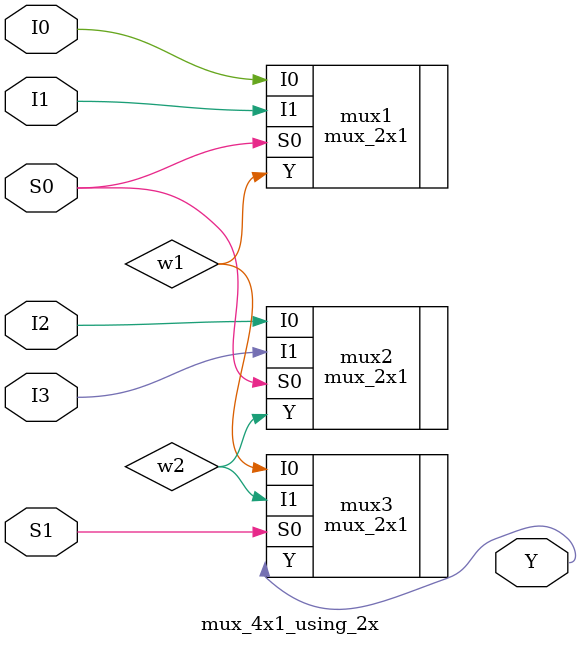
<source format=v>
module mux_4x1_using_2x(
	input I0,I1,I2,I3,S1,S0,
	output Y
);
wire w1,w2;

mux_2x1 mux1(.I0(I0),.I1(I1),.S0(S0),.Y(w1));
mux_2x1 mux2(.I0(I2),.I1(I3),.S0(S0),.Y(w2));
mux_2x1 mux3(.I0(w1),.I1(w2),.S0(S1),.Y(Y));
endmodule

</source>
